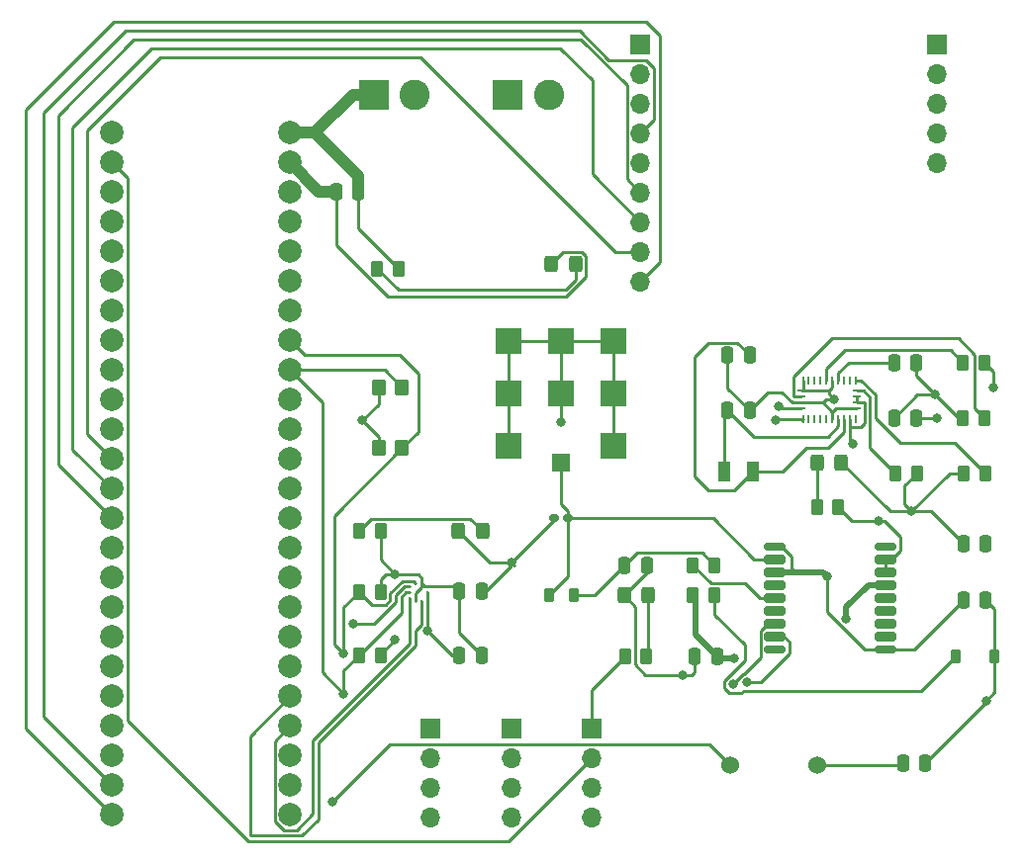
<source format=gbr>
%TF.GenerationSoftware,KiCad,Pcbnew,7.0.7*%
%TF.CreationDate,2024-02-14T21:09:04-05:00*%
%TF.ProjectId,Unified_Board,556e6966-6965-4645-9f42-6f6172642e6b,rev?*%
%TF.SameCoordinates,Original*%
%TF.FileFunction,Copper,L1,Top*%
%TF.FilePolarity,Positive*%
%FSLAX46Y46*%
G04 Gerber Fmt 4.6, Leading zero omitted, Abs format (unit mm)*
G04 Created by KiCad (PCBNEW 7.0.7) date 2024-02-14 21:09:04*
%MOMM*%
%LPD*%
G01*
G04 APERTURE LIST*
G04 Aperture macros list*
%AMRoundRect*
0 Rectangle with rounded corners*
0 $1 Rounding radius*
0 $2 $3 $4 $5 $6 $7 $8 $9 X,Y pos of 4 corners*
0 Add a 4 corners polygon primitive as box body*
4,1,4,$2,$3,$4,$5,$6,$7,$8,$9,$2,$3,0*
0 Add four circle primitives for the rounded corners*
1,1,$1+$1,$2,$3*
1,1,$1+$1,$4,$5*
1,1,$1+$1,$6,$7*
1,1,$1+$1,$8,$9*
0 Add four rect primitives between the rounded corners*
20,1,$1+$1,$2,$3,$4,$5,0*
20,1,$1+$1,$4,$5,$6,$7,0*
20,1,$1+$1,$6,$7,$8,$9,0*
20,1,$1+$1,$8,$9,$2,$3,0*%
G04 Aperture macros list end*
%TA.AperFunction,ComponentPad*%
%ADD10R,1.700000X1.700000*%
%TD*%
%TA.AperFunction,ComponentPad*%
%ADD11O,1.700000X1.700000*%
%TD*%
%TA.AperFunction,SMDPad,CuDef*%
%ADD12RoundRect,0.250000X-0.262500X-0.450000X0.262500X-0.450000X0.262500X0.450000X-0.262500X0.450000X0*%
%TD*%
%TA.AperFunction,SMDPad,CuDef*%
%ADD13RoundRect,0.250000X-0.250000X-0.475000X0.250000X-0.475000X0.250000X0.475000X-0.250000X0.475000X0*%
%TD*%
%TA.AperFunction,SMDPad,CuDef*%
%ADD14R,1.500000X1.500000*%
%TD*%
%TA.AperFunction,SMDPad,CuDef*%
%ADD15R,2.300000X2.300000*%
%TD*%
%TA.AperFunction,SMDPad,CuDef*%
%ADD16RoundRect,0.250000X0.325000X0.450000X-0.325000X0.450000X-0.325000X-0.450000X0.325000X-0.450000X0*%
%TD*%
%TA.AperFunction,SMDPad,CuDef*%
%ADD17RoundRect,0.250000X0.250000X0.475000X-0.250000X0.475000X-0.250000X-0.475000X0.250000X-0.475000X0*%
%TD*%
%TA.AperFunction,ComponentPad*%
%ADD18R,2.600000X2.600000*%
%TD*%
%TA.AperFunction,ComponentPad*%
%ADD19C,2.600000*%
%TD*%
%TA.AperFunction,SMDPad,CuDef*%
%ADD20R,0.250000X0.275000*%
%TD*%
%TA.AperFunction,SMDPad,CuDef*%
%ADD21R,0.275000X0.250000*%
%TD*%
%TA.AperFunction,SMDPad,CuDef*%
%ADD22RoundRect,0.250000X-0.325000X-0.450000X0.325000X-0.450000X0.325000X0.450000X-0.325000X0.450000X0*%
%TD*%
%TA.AperFunction,SMDPad,CuDef*%
%ADD23R,0.254000X0.675000*%
%TD*%
%TA.AperFunction,SMDPad,CuDef*%
%ADD24R,0.675000X0.254000*%
%TD*%
%TA.AperFunction,SMDPad,CuDef*%
%ADD25R,1.000000X1.800000*%
%TD*%
%TA.AperFunction,SMDPad,CuDef*%
%ADD26RoundRect,0.175000X0.725000X0.175000X-0.725000X0.175000X-0.725000X-0.175000X0.725000X-0.175000X0*%
%TD*%
%TA.AperFunction,SMDPad,CuDef*%
%ADD27RoundRect,0.200000X0.700000X0.200000X-0.700000X0.200000X-0.700000X-0.200000X0.700000X-0.200000X0*%
%TD*%
%TA.AperFunction,SMDPad,CuDef*%
%ADD28RoundRect,0.218750X0.218750X0.381250X-0.218750X0.381250X-0.218750X-0.381250X0.218750X-0.381250X0*%
%TD*%
%TA.AperFunction,SMDPad,CuDef*%
%ADD29RoundRect,0.225000X-0.225000X-0.375000X0.225000X-0.375000X0.225000X0.375000X-0.225000X0.375000X0*%
%TD*%
%TA.AperFunction,SMDPad,CuDef*%
%ADD30RoundRect,0.250000X-0.350000X-0.450000X0.350000X-0.450000X0.350000X0.450000X-0.350000X0.450000X0*%
%TD*%
%TA.AperFunction,SMDPad,CuDef*%
%ADD31RoundRect,0.250000X0.262500X0.450000X-0.262500X0.450000X-0.262500X-0.450000X0.262500X-0.450000X0*%
%TD*%
%TA.AperFunction,ComponentPad*%
%ADD32C,1.524000*%
%TD*%
%TA.AperFunction,ComponentPad*%
%ADD33C,2.000000*%
%TD*%
%TA.AperFunction,SMDPad,CuDef*%
%ADD34RoundRect,0.160000X-0.222500X-0.160000X0.222500X-0.160000X0.222500X0.160000X-0.222500X0.160000X0*%
%TD*%
%TA.AperFunction,ViaPad*%
%ADD35C,0.800000*%
%TD*%
%TA.AperFunction,Conductor*%
%ADD36C,0.250000*%
%TD*%
%TA.AperFunction,Conductor*%
%ADD37C,1.000000*%
%TD*%
%TA.AperFunction,Conductor*%
%ADD38C,0.500000*%
%TD*%
G04 APERTURE END LIST*
D10*
%TO.P,J3,1,Pin_1*%
%TO.N,/3.3V*%
X107600000Y-96000000D03*
D11*
%TO.P,J3,2,Pin_2*%
%TO.N,/SCL*%
X107600000Y-98540000D03*
%TO.P,J3,3,Pin_3*%
%TO.N,/SDA*%
X107600000Y-101080000D03*
%TO.P,J3,4,Pin_4*%
%TO.N,GND*%
X107600000Y-103620000D03*
%TD*%
D12*
%TO.P,R15,1*%
%TO.N,Net-(D6-A)*%
X103087500Y-56600000D03*
%TO.P,R15,2*%
%TO.N,Net-(J1-Pin_1)*%
X104912500Y-56600000D03*
%TD*%
D13*
%TO.P,C7,1*%
%TO.N,GND*%
X153250000Y-85000000D03*
%TO.P,C7,2*%
%TO.N,/3.3V*%
X155150000Y-85000000D03*
%TD*%
D14*
%TO.P,ANT1,1,RF_IN*%
%TO.N,Net-(ANT1-RF_IN)*%
X118800000Y-73200000D03*
D15*
%TO.P,ANT1,2,GND*%
%TO.N,GND*%
X114300000Y-71800000D03*
%TO.P,ANT1,3,GND*%
X123300000Y-71800000D03*
%TO.P,ANT1,4,GND*%
X114300000Y-67300000D03*
%TO.P,ANT1,5,GND*%
X118800000Y-67300000D03*
%TO.P,ANT1,6,GND*%
X123300000Y-67300000D03*
%TO.P,ANT1,7,GND*%
X114300000Y-62800000D03*
%TO.P,ANT1,8,GND*%
X118800000Y-62800000D03*
%TO.P,ANT1,9,GND*%
X123300000Y-62800000D03*
%TD*%
D13*
%TO.P,C12,1*%
%TO.N,Net-(C12-Pad1)*%
X124250000Y-82000000D03*
%TO.P,C12,2*%
%TO.N,GND*%
X126150000Y-82000000D03*
%TD*%
D16*
%TO.P,D5,1,K*%
%TO.N,GND*%
X142775000Y-73200000D03*
%TO.P,D5,2,A*%
%TO.N,Net-(D5-A)*%
X140725000Y-73200000D03*
%TD*%
D17*
%TO.P,C11,2*%
%TO.N,Net-(D6-K)*%
X99550000Y-50000000D03*
%TO.P,C11,1*%
%TO.N,Net-(J1-Pin_1)*%
X101450000Y-50000000D03*
%TD*%
D18*
%TO.P,J1,1,Pin_1*%
%TO.N,Net-(J1-Pin_1)*%
X102750000Y-41750000D03*
D19*
%TO.P,J1,2,Pin_2*%
%TO.N,Net-(J1-Pin_2)*%
X106250000Y-41750000D03*
%TD*%
D12*
%TO.P,R4,1*%
%TO.N,/SCL*%
X101525000Y-84300000D03*
%TO.P,R4,2*%
%TO.N,/3.3V*%
X103350000Y-84300000D03*
%TD*%
%TO.P,R16,1*%
%TO.N,Net-(U2-VCC_RF)*%
X130087500Y-82000000D03*
%TO.P,R16,2*%
%TO.N,Net-(C12-Pad1)*%
X131912500Y-82000000D03*
%TD*%
D20*
%TO.P,Alt1,1,VDDIO*%
%TO.N,/3.3V*%
X106887500Y-83537500D03*
%TO.P,Alt1,2,SCK*%
%TO.N,/SCL*%
X106387500Y-83537500D03*
D21*
%TO.P,Alt1,3,VSS*%
%TO.N,GND*%
X105875000Y-83800000D03*
%TO.P,Alt1,4,SDI*%
%TO.N,/SDA*%
X105875000Y-84300000D03*
%TO.P,Alt1,5,SDO*%
%TO.N,/BMP_I2C_ADDR*%
X105875000Y-84800000D03*
D20*
%TO.P,Alt1,6,CSB*%
%TO.N,/3.3V*%
X106387500Y-85062500D03*
%TO.P,Alt1,7,INT*%
%TO.N,/BMP_INT*%
X106887500Y-85062500D03*
D21*
%TO.P,Alt1,8,VSS*%
%TO.N,GND*%
X107400000Y-84800000D03*
%TO.P,Alt1,9,VSS*%
X107400000Y-84300000D03*
%TO.P,Alt1,10,VDD*%
%TO.N,/3.3V*%
X107400000Y-83800000D03*
%TD*%
D13*
%TO.P,C5,1*%
%TO.N,Net-(U1-XOUT32)*%
X133050000Y-68750000D03*
%TO.P,C5,2*%
%TO.N,GND*%
X134950000Y-68750000D03*
%TD*%
D12*
%TO.P,R3,1*%
%TO.N,/SDA*%
X101525000Y-89700000D03*
%TO.P,R3,2*%
%TO.N,/3.3V*%
X103350000Y-89700000D03*
%TD*%
D22*
%TO.P,D4,1,K*%
%TO.N,GND*%
X110012500Y-79100000D03*
%TO.P,D4,2,A*%
%TO.N,Net-(D4-A)*%
X112062500Y-79100000D03*
%TD*%
D18*
%TO.P,J7,1,Pin_1*%
%TO.N,Net-(J1-Pin_2)*%
X114250000Y-41750000D03*
D19*
%TO.P,J7,2,Pin_2*%
%TO.N,Net-(D6-K)*%
X117750000Y-41750000D03*
%TD*%
D22*
%TO.P,D3,1,K*%
%TO.N,GND*%
X124175000Y-84600000D03*
%TO.P,D3,2,A*%
%TO.N,Net-(D3-A)*%
X126225000Y-84600000D03*
%TD*%
D10*
%TO.P,J2,1,Pin_1*%
%TO.N,/3.3V*%
X114600000Y-96000000D03*
D11*
%TO.P,J2,2,Pin_2*%
%TO.N,/Breakout_RX2*%
X114600000Y-98540000D03*
%TO.P,J2,3,Pin_3*%
%TO.N,/Breakout_TX2*%
X114600000Y-101080000D03*
%TO.P,J2,4,Pin_4*%
%TO.N,GND*%
X114600000Y-103620000D03*
%TD*%
D23*
%TO.P,U1,1,PIN1*%
%TO.N,unconnected-(U1-PIN1-Pad1)*%
X144000000Y-69500000D03*
D24*
%TO.P,U1,2,GND*%
%TO.N,GND*%
X144137500Y-68587500D03*
%TO.P,U1,3,VDD*%
%TO.N,/3.3V*%
X144137500Y-68087500D03*
%TO.P,U1,4,~{BOOT_LOAD_PIN}*%
X144137500Y-67587500D03*
%TO.P,U1,5,PS1*%
%TO.N,Net-(U1-PS1)*%
X144137500Y-67087500D03*
D23*
%TO.P,U1,6,PS0*%
%TO.N,Net-(U1-PS0)*%
X144000000Y-66175000D03*
%TO.P,U1,7,PIN7*%
%TO.N,unconnected-(U1-PIN7-Pad7)*%
X143500000Y-66175000D03*
%TO.P,U1,8,PIN8*%
%TO.N,unconnected-(U1-PIN8-Pad8)*%
X143000000Y-66175000D03*
%TO.P,U1,9,CAP*%
%TO.N,Net-(U1-CAP)*%
X142500000Y-66175000D03*
%TO.P,U1,10,BL_IND*%
%TO.N,GND*%
X142000000Y-66175000D03*
%TO.P,U1,11,~{RESET}*%
%TO.N,Net-(U1-~{RESET})*%
X141500000Y-66175000D03*
%TO.P,U1,12,PIN12*%
%TO.N,unconnected-(U1-PIN12-Pad12)*%
X141000000Y-66175000D03*
%TO.P,U1,13,PIN13*%
%TO.N,unconnected-(U1-PIN13-Pad13)*%
X140500000Y-66175000D03*
%TO.P,U1,14,INT*%
%TO.N,unconnected-(U1-INT-Pad14)*%
X140000000Y-66175000D03*
%TO.P,U1,15,GNDIO*%
%TO.N,GND*%
X139500000Y-66175000D03*
D24*
%TO.P,U1,16,GNDIO*%
X139362500Y-67087500D03*
%TO.P,U1,17,COM3*%
%TO.N,Net-(U1-COM3)*%
X139362500Y-67587500D03*
%TO.P,U1,18,COM2*%
%TO.N,GND*%
X139362500Y-68087500D03*
%TO.P,U1,19,COM1*%
%TO.N,/SCL*%
X139362500Y-68587500D03*
D23*
%TO.P,U1,20,COM0*%
%TO.N,/SDA*%
X139500000Y-69500000D03*
%TO.P,U1,21,PIN21*%
%TO.N,unconnected-(U1-PIN21-Pad21)*%
X140000000Y-69500000D03*
%TO.P,U1,22,PIN22*%
%TO.N,unconnected-(U1-PIN22-Pad22)*%
X140500000Y-69500000D03*
%TO.P,U1,23,PIN23*%
%TO.N,unconnected-(U1-PIN23-Pad23)*%
X141000000Y-69500000D03*
%TO.P,U1,24,PIN24*%
%TO.N,unconnected-(U1-PIN24-Pad24)*%
X141500000Y-69500000D03*
%TO.P,U1,25,GNDIO*%
%TO.N,GND*%
X142000000Y-69500000D03*
%TO.P,U1,26,XOUT32*%
%TO.N,Net-(U1-XOUT32)*%
X142500000Y-69500000D03*
%TO.P,U1,27,XIN32*%
%TO.N,Net-(U1-XIN32)*%
X143000000Y-69500000D03*
%TO.P,U1,28,VDDIO*%
%TO.N,/3.3V*%
X143500000Y-69500000D03*
%TD*%
D13*
%TO.P,C2,1*%
%TO.N,/3.3V*%
X110087500Y-84200000D03*
%TO.P,C2,2*%
%TO.N,GND*%
X111987500Y-84200000D03*
%TD*%
D12*
%TO.P,R11,1*%
%TO.N,Net-(D5-A)*%
X140687500Y-77000000D03*
%TO.P,R11,2*%
%TO.N,/3.3V*%
X142512500Y-77000000D03*
%TD*%
%TO.P,R7,1*%
%TO.N,GND*%
X153275000Y-74162500D03*
%TO.P,R7,2*%
%TO.N,Net-(U1-PS0)*%
X155100000Y-74162500D03*
%TD*%
%TO.P,R12,1*%
%TO.N,Net-(D4-A)*%
X101525000Y-79100000D03*
%TO.P,R12,2*%
%TO.N,/3.3V*%
X103350000Y-79100000D03*
%TD*%
D17*
%TO.P,C8,1*%
%TO.N,Net-(C8-Pad1)*%
X155150000Y-80200000D03*
%TO.P,C8,2*%
%TO.N,GND*%
X153250000Y-80200000D03*
%TD*%
D25*
%TO.P,Y1,1,1*%
%TO.N,Net-(U1-XOUT32)*%
X132750000Y-74000000D03*
%TO.P,Y1,2,2*%
%TO.N,Net-(U1-XIN32)*%
X135250000Y-74000000D03*
%TD*%
D26*
%TO.P,U2,1,GND*%
%TO.N,GND*%
X146600000Y-89200000D03*
D27*
%TO.P,U2,2,TXD*%
%TO.N,unconnected-(U2-TXD-Pad2)*%
X146600000Y-88100000D03*
%TO.P,U2,3,RXD*%
%TO.N,unconnected-(U2-RXD-Pad3)*%
X146600000Y-87000000D03*
%TO.P,U2,4,TIMEPULSE*%
%TO.N,unconnected-(U2-TIMEPULSE-Pad4)*%
X146600000Y-85900000D03*
%TO.P,U2,5,EXTINT*%
%TO.N,unconnected-(U2-EXTINT-Pad5)*%
X146600000Y-84800000D03*
%TO.P,U2,6,V_BCKP*%
%TO.N,/BACKUP*%
X146600000Y-83700000D03*
%TO.P,U2,7,VCC_IO*%
%TO.N,/3.3V*%
X146600000Y-82600000D03*
%TO.P,U2,8,VCC*%
X146600000Y-81500000D03*
D26*
%TO.P,U2,9,~{RESET}*%
%TO.N,unconnected-(U2-~{RESET}-Pad9)*%
X146600000Y-80400000D03*
%TO.P,U2,10,GND*%
%TO.N,GND*%
X137100000Y-80400000D03*
D27*
%TO.P,U2,11,RF_IN*%
%TO.N,Net-(ANT1-RF_IN)*%
X137100000Y-81500000D03*
%TO.P,U2,12,GND*%
%TO.N,GND*%
X137100000Y-82600000D03*
%TO.P,U2,13,LNA_EN*%
%TO.N,unconnected-(U2-LNA_EN-Pad13)*%
X137100000Y-83700000D03*
%TO.P,U2,14,VCC_RF*%
%TO.N,Net-(U2-VCC_RF)*%
X137100000Y-84800000D03*
%TO.P,U2,15,VIO_SEL*%
%TO.N,unconnected-(U2-VIO_SEL-Pad15)*%
X137100000Y-85900000D03*
%TO.P,U2,16,SDA*%
%TO.N,/SDA*%
X137100000Y-87000000D03*
%TO.P,U2,17,SCL*%
%TO.N,/SCL*%
X137100000Y-88100000D03*
D26*
%TO.P,U2,18,~{SAFEBOOT}*%
%TO.N,unconnected-(U2-~{SAFEBOOT}-Pad18)*%
X137100000Y-89200000D03*
%TD*%
D10*
%TO.P,J4,1,Pin_1*%
%TO.N,/3.3V*%
X121400000Y-96000000D03*
D11*
%TO.P,J4,2,Pin_2*%
%TO.N,/Breakout_RX1*%
X121400000Y-98540000D03*
%TO.P,J4,3,Pin_3*%
%TO.N,/Breakout_TX1*%
X121400000Y-101080000D03*
%TO.P,J4,4,Pin_4*%
%TO.N,GND*%
X121400000Y-103620000D03*
%TD*%
D12*
%TO.P,R6,1*%
%TO.N,GND*%
X153187500Y-69412500D03*
%TO.P,R6,2*%
%TO.N,Net-(U1-COM3)*%
X155012500Y-69412500D03*
%TD*%
D28*
%TO.P,FB1,1*%
%TO.N,Net-(C12-Pad1)*%
X119862500Y-84600000D03*
%TO.P,FB1,2*%
%TO.N,Net-(ANT1-RF_IN)*%
X117737500Y-84600000D03*
%TD*%
D10*
%TO.P,J5,1,Pin_1*%
%TO.N,unconnected-(J5-Pin_1-Pad1)*%
X151000000Y-37380000D03*
D11*
%TO.P,J5,2,Pin_2*%
%TO.N,unconnected-(J5-Pin_2-Pad2)*%
X151000000Y-39920000D03*
%TO.P,J5,3,Pin_3*%
%TO.N,unconnected-(J5-Pin_3-Pad3)*%
X151000000Y-42460000D03*
%TO.P,J5,4,Pin_4*%
%TO.N,unconnected-(J5-Pin_4-Pad4)*%
X151000000Y-45000000D03*
%TO.P,J5,5,Pin_5*%
%TO.N,unconnected-(J5-Pin_5-Pad5)*%
X151000000Y-47540000D03*
%TD*%
D10*
%TO.P,J6,1,Pin_1*%
%TO.N,/3.3V*%
X125600000Y-37380000D03*
D11*
%TO.P,J6,2,Pin_2*%
%TO.N,GND*%
X125600000Y-39920000D03*
%TO.P,J6,3,Pin_3*%
%TO.N,unconnected-(J6-Pin_3-Pad3)*%
X125600000Y-42460000D03*
%TO.P,J6,4,Pin_4*%
%TO.N,/Radio_INT*%
X125600000Y-45000000D03*
%TO.P,J6,5,Pin_5*%
%TO.N,/Radio_SCK*%
X125600000Y-47540000D03*
%TO.P,J6,6,Pin_6*%
%TO.N,/Radio_MISO*%
X125600000Y-50080000D03*
%TO.P,J6,7,Pin_7*%
%TO.N,/Radio_MOSI*%
X125600000Y-52620000D03*
%TO.P,J6,8,Pin_8*%
%TO.N,/Radio_CS*%
X125600000Y-55160000D03*
%TO.P,J6,9,Pin_9*%
%TO.N,/Radio_RST*%
X125600000Y-57700000D03*
%TD*%
D29*
%TO.P,D1,1,K*%
%TO.N,Net-(D1-K)*%
X152600000Y-89800000D03*
%TO.P,D1,2,A*%
%TO.N,/3.3V*%
X155900000Y-89800000D03*
%TD*%
D17*
%TO.P,C1,1*%
%TO.N,/3.3V*%
X111987500Y-89700000D03*
%TO.P,C1,2*%
%TO.N,GND*%
X110087500Y-89700000D03*
%TD*%
D30*
%TO.P,R1,1*%
%TO.N,/3.3V*%
X103200000Y-66800000D03*
%TO.P,R1,2*%
%TO.N,/SDA*%
X105200000Y-66800000D03*
%TD*%
D12*
%TO.P,R5,1*%
%TO.N,Net-(U1-~{RESET})*%
X153187500Y-64662500D03*
%TO.P,R5,2*%
%TO.N,/3.3V*%
X155012500Y-64662500D03*
%TD*%
D22*
%TO.P,D6,1,K*%
%TO.N,Net-(D6-K)*%
X117975000Y-56250000D03*
%TO.P,D6,2,A*%
%TO.N,Net-(D6-A)*%
X120025000Y-56250000D03*
%TD*%
D31*
%TO.P,R9,1*%
%TO.N,Net-(D1-K)*%
X131912500Y-84600000D03*
%TO.P,R9,2*%
%TO.N,/BACKUP*%
X130087500Y-84600000D03*
%TD*%
D13*
%TO.P,C6,1*%
%TO.N,GND*%
X133050000Y-64000000D03*
%TO.P,C6,2*%
%TO.N,Net-(U1-XIN32)*%
X134950000Y-64000000D03*
%TD*%
D17*
%TO.P,C9,1*%
%TO.N,/BACKUP*%
X132150000Y-89800000D03*
%TO.P,C9,2*%
%TO.N,GND*%
X130250000Y-89800000D03*
%TD*%
D13*
%TO.P,C3,1*%
%TO.N,GND*%
X147300000Y-69412500D03*
%TO.P,C3,2*%
%TO.N,/3.3V*%
X149200000Y-69412500D03*
%TD*%
D32*
%TO.P,BZ1,1,-*%
%TO.N,Net-(BZ1--)*%
X133250000Y-99100000D03*
%TO.P,BZ1,2,+*%
%TO.N,GND*%
X140750000Y-99100000D03*
%TD*%
D13*
%TO.P,C8,1*%
%TO.N,GND*%
X148050000Y-99000000D03*
%TO.P,C8,2*%
%TO.N,/3.3V*%
X149950000Y-99000000D03*
%TD*%
%TO.P,C4,1*%
%TO.N,Net-(U1-CAP)*%
X147300000Y-64662500D03*
%TO.P,C4,2*%
%TO.N,GND*%
X149200000Y-64662500D03*
%TD*%
D31*
%TO.P,R8,1*%
%TO.N,GND*%
X149250000Y-74162500D03*
%TO.P,R8,2*%
%TO.N,Net-(U1-PS1)*%
X147425000Y-74162500D03*
%TD*%
D33*
%TO.P,Teensy4.1,0,GND*%
%TO.N,GND*%
X80380000Y-44990000D03*
%TO.P,Teensy4.1,1,RX1*%
%TO.N,/Breakout_RX1*%
X80380000Y-47530000D03*
%TO.P,Teensy4.1,2,TX1*%
%TO.N,/Breakout_TX1*%
X80380000Y-50070000D03*
%TO.P,Teensy4.1,3,PWM*%
%TO.N,unconnected-(Teensy4.1-PWM-Pad3)*%
X80380000Y-52610000D03*
%TO.P,Teensy4.1,4,PWM*%
%TO.N,unconnected-(Teensy4.1-PWM-Pad4)*%
X80380000Y-55150000D03*
%TO.P,Teensy4.1,5,PWM*%
%TO.N,unconnected-(Teensy4.1-PWM-Pad5)*%
X80380000Y-57690000D03*
%TO.P,Teensy4.1,6,PWM*%
%TO.N,unconnected-(Teensy4.1-PWM-Pad6)*%
X80380000Y-60230000D03*
%TO.P,Teensy4.1,7,PWM*%
%TO.N,unconnected-(Teensy4.1-PWM-Pad7)*%
X80380000Y-62770000D03*
%TO.P,Teensy4.1,8,RX2*%
%TO.N,/Breakout_RX2*%
X80380000Y-65310000D03*
%TO.P,Teensy4.1,9,TX2*%
%TO.N,/Breakout_TX2*%
X80380000Y-67850000D03*
%TO.P,Teensy4.1,10,PWM*%
%TO.N,unconnected-(Teensy4.1-PWM-Pad10)*%
X80380000Y-70390000D03*
%TO.P,Teensy4.1,11,CS*%
%TO.N,/Radio_CS*%
X80380000Y-72930000D03*
%TO.P,Teensy4.1,12,MOSI*%
%TO.N,/Radio_MOSI*%
X80380000Y-75470000D03*
%TO.P,Teensy4.1,13,MISO*%
%TO.N,/Radio_MISO*%
X80380000Y-78010000D03*
%TO.P,Teensy4.1,14,3.3V*%
%TO.N,unconnected-(Teensy4.1-3.3V-Pad14)*%
X80380000Y-80550000D03*
%TO.P,Teensy4.1,15,SCL2*%
%TO.N,unconnected-(Teensy4.1-SCL2-Pad15)*%
X80380000Y-83090000D03*
%TO.P,Teensy4.1,16,SDA2*%
%TO.N,unconnected-(Teensy4.1-SDA2-Pad16)*%
X80380000Y-85630000D03*
%TO.P,Teensy4.1,17,MOSI1*%
%TO.N,unconnected-(Teensy4.1-MOSI1-Pad17)*%
X80380000Y-88170000D03*
%TO.P,Teensy4.1,18,SCK1*%
%TO.N,unconnected-(Teensy4.1-SCK1-Pad18)*%
X80380000Y-90710000D03*
%TO.P,Teensy4.1,19,RX7*%
%TO.N,unconnected-(Teensy4.1-RX7-Pad19)*%
X80380000Y-93250000D03*
%TO.P,Teensy4.1,20,TX7*%
%TO.N,unconnected-(Teensy4.1-TX7-Pad20)*%
X80380000Y-95790000D03*
%TO.P,Teensy4.1,21,GPIO*%
%TO.N,unconnected-(Teensy4.1-GPIO-Pad21)*%
X80380000Y-98330000D03*
%TO.P,Teensy4.1,22,GPIO*%
%TO.N,/Radio_INT*%
X80380000Y-100870000D03*
%TO.P,Teensy4.1,23,GPIO*%
%TO.N,/Radio_RST*%
X80380000Y-103410000D03*
%TO.P,Teensy4.1,24,PWM*%
%TO.N,Net-(BZ1--)*%
X95620000Y-103410000D03*
%TO.P,Teensy4.1,25,RX8*%
%TO.N,unconnected-(Teensy4.1-RX8-Pad25)*%
X95620000Y-100870000D03*
%TO.P,Teensy4.1,26,TX8*%
%TO.N,unconnected-(Teensy4.1-TX8-Pad26)*%
X95620000Y-98330000D03*
%TO.P,Teensy4.1,27,PWM*%
%TO.N,/BMP_I2C_ADDR*%
X95620000Y-95790000D03*
%TO.P,Teensy4.1,28,PWM*%
%TO.N,/BMP_INT*%
X95620000Y-93250000D03*
%TO.P,Teensy4.1,29,CS1*%
%TO.N,unconnected-(Teensy4.1-CS1-Pad29)*%
X95620000Y-90710000D03*
%TO.P,Teensy4.1,30,MISO*%
%TO.N,unconnected-(Teensy4.1-MISO-Pad30)*%
X95620000Y-88170000D03*
%TO.P,Teensy4.1,31,A16*%
%TO.N,unconnected-(Teensy4.1-A16-Pad31)*%
X95620000Y-85630000D03*
%TO.P,Teensy4.1,32,A17*%
%TO.N,unconnected-(Teensy4.1-A17-Pad32)*%
X95620000Y-83090000D03*
%TO.P,Teensy4.1,33,GND*%
%TO.N,unconnected-(Teensy4.1-GND-Pad33)*%
X95620000Y-80550000D03*
%TO.P,Teensy4.1,34,SCK*%
%TO.N,/Radio_SCK*%
X95620000Y-78010000D03*
%TO.P,Teensy4.1,35,A0*%
%TO.N,unconnected-(Teensy4.1-A0-Pad35)*%
X95620000Y-75470000D03*
%TO.P,Teensy4.1,36,A1*%
%TO.N,unconnected-(Teensy4.1-A1-Pad36)*%
X95620000Y-72930000D03*
%TO.P,Teensy4.1,37,A2*%
%TO.N,unconnected-(Teensy4.1-A2-Pad37)*%
X95620000Y-70390000D03*
%TO.P,Teensy4.1,38,A3*%
%TO.N,unconnected-(Teensy4.1-A3-Pad38)*%
X95620000Y-67850000D03*
%TO.P,Teensy4.1,39,SDA*%
%TO.N,/SDA*%
X95620000Y-65310000D03*
%TO.P,Teensy4.1,40,SCL*%
%TO.N,/SCL*%
X95620000Y-62770000D03*
%TO.P,Teensy4.1,41,TX5*%
%TO.N,unconnected-(Teensy4.1-TX5-Pad41)*%
X95620000Y-60230000D03*
%TO.P,Teensy4.1,42,RX5*%
%TO.N,unconnected-(Teensy4.1-RX5-Pad42)*%
X95620000Y-57690000D03*
%TO.P,Teensy4.1,43,PWM*%
%TO.N,unconnected-(Teensy4.1-PWM-Pad43)*%
X95620000Y-55150000D03*
%TO.P,Teensy4.1,44,PWM*%
%TO.N,unconnected-(Teensy4.1-PWM-Pad44)*%
X95620000Y-52610000D03*
%TO.P,Teensy4.1,45,3.3V*%
%TO.N,/3.3V*%
X95620000Y-50070000D03*
%TO.P,Teensy4.1,46,GND*%
%TO.N,Net-(D6-K)*%
X95620000Y-47530000D03*
%TO.P,Teensy4.1,47,Vin*%
%TO.N,Net-(J1-Pin_1)*%
X95620000Y-44990000D03*
%TD*%
D34*
%TO.P,D7,1,K*%
%TO.N,GND*%
X118227500Y-78000000D03*
%TO.P,D7,2,A*%
%TO.N,Net-(ANT1-RF_IN)*%
X119372500Y-78000000D03*
%TD*%
D12*
%TO.P,R13,1*%
%TO.N,/3.3V*%
X124287500Y-89800000D03*
%TO.P,R13,2*%
%TO.N,Net-(D3-A)*%
X126112500Y-89800000D03*
%TD*%
D30*
%TO.P,R2,1*%
%TO.N,/3.3V*%
X103200000Y-72000000D03*
%TO.P,R2,2*%
%TO.N,/SCL*%
X105200000Y-72000000D03*
%TD*%
D35*
%TO.N,/3.3V*%
X143800000Y-71600000D03*
X101800000Y-69600000D03*
X146000000Y-78200000D03*
X104600000Y-82800000D03*
X151000000Y-69400000D03*
X155800000Y-66800000D03*
X155200000Y-93600000D03*
X104600000Y-88400000D03*
%TO.N,/SCL*%
X134723090Y-92046012D03*
X100200000Y-89600000D03*
X137400000Y-68400000D03*
%TO.N,GND*%
X118800000Y-69800000D03*
X141600000Y-83000000D03*
X142200000Y-67800000D03*
X150800000Y-67400000D03*
X107400000Y-87600000D03*
X148800000Y-77400000D03*
X129200000Y-91400000D03*
X114600000Y-81800000D03*
X101000000Y-87000000D03*
%TO.N,/BACKUP*%
X143200000Y-86600000D03*
X133600000Y-90000000D03*
%TO.N,Net-(BZ1--)*%
X99250000Y-102250000D03*
%TO.N,/SDA*%
X100200000Y-93000000D03*
X133487701Y-92237701D03*
X137200000Y-69600000D03*
%TD*%
D36*
%TO.N,/Radio_RST*%
X127250000Y-36680000D02*
X127250000Y-56050000D01*
X80500000Y-35500000D02*
X126070000Y-35500000D01*
X73000000Y-43000000D02*
X80500000Y-35500000D01*
X126070000Y-35500000D02*
X127250000Y-36680000D01*
X80380000Y-103410000D02*
X73000000Y-96030000D01*
X73000000Y-96030000D02*
X73000000Y-43000000D01*
X127250000Y-56050000D02*
X125600000Y-57700000D01*
%TO.N,/Radio_INT*%
X126775000Y-43825000D02*
X125600000Y-45000000D01*
X126086701Y-38745000D02*
X126775000Y-39433299D01*
X126775000Y-39433299D02*
X126775000Y-43825000D01*
X81500000Y-36250000D02*
X120386396Y-36250000D01*
X120386396Y-36250000D02*
X122881396Y-38745000D01*
X122881396Y-38745000D02*
X126086701Y-38745000D01*
X74500000Y-43250000D02*
X81500000Y-36250000D01*
X80380000Y-100870000D02*
X74500000Y-94990000D01*
X74500000Y-94990000D02*
X74500000Y-43250000D01*
%TO.N,/Radio_MISO*%
X82250000Y-37000000D02*
X120500000Y-37000000D01*
X124425000Y-40925000D02*
X124425000Y-48905000D01*
X75750000Y-43500000D02*
X82250000Y-37000000D01*
X75750000Y-73380000D02*
X75750000Y-43500000D01*
X120500000Y-37000000D02*
X124425000Y-40925000D01*
X124425000Y-48905000D02*
X125600000Y-50080000D01*
X80380000Y-78010000D02*
X75750000Y-73380000D01*
%TO.N,/Radio_MOSI*%
X121500000Y-48520000D02*
X125600000Y-52620000D01*
X121500000Y-40500000D02*
X121500000Y-48520000D01*
X118750000Y-37750000D02*
X121500000Y-40500000D01*
X77000000Y-44500000D02*
X83750000Y-37750000D01*
X83750000Y-37750000D02*
X118750000Y-37750000D01*
X77000000Y-72090000D02*
X77000000Y-44500000D01*
X80380000Y-75470000D02*
X77000000Y-72090000D01*
%TO.N,Net-(D6-K)*%
X103961827Y-59000000D02*
X99550000Y-54588173D01*
X99550000Y-54588173D02*
X99550000Y-50000000D01*
X119000000Y-55225000D02*
X120588173Y-55225000D01*
X120925000Y-55561827D02*
X120925000Y-57311396D01*
X120925000Y-57311396D02*
X119236396Y-59000000D01*
X117975000Y-56250000D02*
X119000000Y-55225000D01*
X120588173Y-55225000D02*
X120925000Y-55561827D01*
X119236396Y-59000000D02*
X103961827Y-59000000D01*
%TO.N,Net-(J1-Pin_1)*%
X101450000Y-53137500D02*
X104912500Y-56600000D01*
X101450000Y-50000000D02*
X101450000Y-53137500D01*
D37*
X101450000Y-48700000D02*
X97740000Y-44990000D01*
X101450000Y-50000000D02*
X101450000Y-48700000D01*
%TO.N,Net-(D6-K)*%
X98090000Y-50000000D02*
X95620000Y-47530000D01*
X99550000Y-50000000D02*
X98090000Y-50000000D01*
%TO.N,Net-(J1-Pin_1)*%
X97740000Y-44990000D02*
X95620000Y-44990000D01*
D36*
%TO.N,/3.3V*%
X103800000Y-82800000D02*
X103350000Y-83250000D01*
X146600000Y-81500000D02*
X146600000Y-82600000D01*
X106887500Y-83912500D02*
X106887500Y-83537500D01*
X146450000Y-78200000D02*
X146000000Y-78200000D01*
X106562500Y-82800000D02*
X106887500Y-83125000D01*
X121400000Y-92687500D02*
X124287500Y-89800000D01*
X155900000Y-85750000D02*
X155150000Y-85000000D01*
X144752000Y-68087500D02*
X144137500Y-68087500D01*
X143575000Y-70162500D02*
X144452000Y-70162500D01*
X107400000Y-83800000D02*
X109687500Y-83800000D01*
X110087500Y-84200000D02*
X110087500Y-87800000D01*
X104600000Y-82800000D02*
X103800000Y-82800000D01*
X155200000Y-93600000D02*
X155112500Y-93687500D01*
X103350000Y-81550000D02*
X103350000Y-79100000D01*
X109687500Y-83800000D02*
X110087500Y-84200000D01*
X147825000Y-79575000D02*
X146450000Y-78200000D01*
X155900000Y-92900000D02*
X155900000Y-89800000D01*
X146600000Y-81500000D02*
X147107107Y-81500000D01*
X106387500Y-85062500D02*
X106387500Y-84412500D01*
X144800000Y-68135500D02*
X144752000Y-68087500D01*
X144800000Y-69814500D02*
X144800000Y-68135500D01*
X103200000Y-71000000D02*
X101800000Y-69600000D01*
X151000000Y-69400000D02*
X149212500Y-69400000D01*
X103350000Y-83250000D02*
X103350000Y-84300000D01*
X155200000Y-93600000D02*
X155200000Y-93750000D01*
X155800000Y-66800000D02*
X155800000Y-65450000D01*
X144137500Y-67587500D02*
X144137500Y-68087500D01*
X143712500Y-78200000D02*
X146000000Y-78200000D01*
X147107107Y-81500000D02*
X147825000Y-80782107D01*
X144452000Y-70162500D02*
X144800000Y-69814500D01*
X143500000Y-69500000D02*
X143500000Y-70087500D01*
X149212500Y-69400000D02*
X149200000Y-69412500D01*
X103200000Y-72000000D02*
X103200000Y-71000000D01*
X107150000Y-83800000D02*
X106887500Y-83537500D01*
X106887500Y-83125000D02*
X106887500Y-83537500D01*
X143800000Y-71600000D02*
X143500000Y-71300000D01*
X103200000Y-66800000D02*
X103200000Y-68200000D01*
X110087500Y-87800000D02*
X111987500Y-89700000D01*
X107400000Y-83800000D02*
X107150000Y-83800000D01*
X143500000Y-70087500D02*
X143575000Y-70162500D01*
X155800000Y-65450000D02*
X155012500Y-64662500D01*
X155900000Y-89800000D02*
X155900000Y-85750000D01*
X147825000Y-80782107D02*
X147825000Y-79575000D01*
X155200000Y-93750000D02*
X149950000Y-99000000D01*
X104600000Y-82800000D02*
X106562500Y-82800000D01*
X106387500Y-84412500D02*
X106887500Y-83912500D01*
X143500000Y-71300000D02*
X143500000Y-69500000D01*
X103350000Y-89700000D02*
X103350000Y-89650000D01*
X155200000Y-93600000D02*
X155900000Y-92900000D01*
X103200000Y-68200000D02*
X101800000Y-69600000D01*
X121400000Y-96000000D02*
X121400000Y-92687500D01*
X104600000Y-82800000D02*
X103350000Y-81550000D01*
X103350000Y-89650000D02*
X104600000Y-88400000D01*
X142512500Y-77000000D02*
X143712500Y-78200000D01*
%TO.N,/SCL*%
X137587500Y-68587500D02*
X137400000Y-68400000D01*
X99400000Y-77800000D02*
X105200000Y-72000000D01*
X102625000Y-85400000D02*
X101525000Y-84300000D01*
X105237500Y-83350000D02*
X104187500Y-84400000D01*
X106200000Y-83350000D02*
X105237500Y-83350000D01*
X104187500Y-84988173D02*
X103775673Y-85400000D01*
X100200000Y-89600000D02*
X100200000Y-85625000D01*
X135861095Y-92046012D02*
X138325000Y-89582107D01*
X100200000Y-85625000D02*
X101525000Y-84300000D01*
X100200000Y-89600000D02*
X99400000Y-88800000D01*
X104187500Y-84400000D02*
X104187500Y-84988173D01*
X139362500Y-68587500D02*
X137587500Y-68587500D01*
X103775673Y-85400000D02*
X102625000Y-85400000D01*
X99400000Y-88800000D02*
X99400000Y-77800000D01*
X105000000Y-64000000D02*
X96850000Y-64000000D01*
X106600000Y-65600000D02*
X105000000Y-64000000D01*
X106600000Y-70600000D02*
X106600000Y-65600000D01*
X138325000Y-88575000D02*
X137850000Y-88100000D01*
X138325000Y-89582107D02*
X138325000Y-88575000D01*
X134723090Y-92046012D02*
X135861095Y-92046012D01*
X137850000Y-88100000D02*
X137100000Y-88100000D01*
X105200000Y-72000000D02*
X106600000Y-70600000D01*
X106387500Y-83537500D02*
X106200000Y-83350000D01*
X96850000Y-64000000D02*
X95620000Y-62770000D01*
%TO.N,Net-(ANT1-RF_IN)*%
X119372500Y-78000000D02*
X119372500Y-82965000D01*
X135300000Y-81500000D02*
X137100000Y-81500000D01*
X131800000Y-78000000D02*
X135300000Y-81500000D01*
X118800000Y-76800000D02*
X119372500Y-77372500D01*
X118800000Y-73200000D02*
X118800000Y-76800000D01*
X119372500Y-82965000D02*
X117737500Y-84600000D01*
X119372500Y-77372500D02*
X119372500Y-78000000D01*
X119372500Y-78000000D02*
X131800000Y-78000000D01*
%TO.N,GND*%
X138500000Y-82200000D02*
X138500000Y-81257538D01*
X118227500Y-78000000D02*
X118227500Y-78172500D01*
X153275000Y-74162500D02*
X152037500Y-74162500D01*
X107400000Y-84800000D02*
X107400000Y-87600000D01*
X142000000Y-69500000D02*
X142000000Y-68885500D01*
X150450000Y-77400000D02*
X148800000Y-77400000D01*
X142000000Y-68885500D02*
X141202000Y-68087500D01*
X149250000Y-74162500D02*
X149237500Y-74162500D01*
X126000000Y-91400000D02*
X129200000Y-91400000D01*
X153250000Y-80200000D02*
X150450000Y-77400000D01*
X123300000Y-71800000D02*
X123300000Y-67300000D01*
X149050000Y-89200000D02*
X153250000Y-85000000D01*
X142000000Y-66789500D02*
X141702000Y-67087500D01*
X139362500Y-68087500D02*
X138600305Y-68087500D01*
X114300000Y-67300000D02*
X114300000Y-62800000D01*
X118800000Y-67300000D02*
X118800000Y-69800000D01*
X147300000Y-69412500D02*
X149312500Y-67400000D01*
X141489500Y-67800000D02*
X141202000Y-68087500D01*
X105423896Y-83800000D02*
X105875000Y-83800000D01*
X152037500Y-74162500D02*
X148800000Y-77400000D01*
X146600000Y-89200000D02*
X144774695Y-89200000D01*
X141702000Y-67302000D02*
X142200000Y-67800000D01*
X126150000Y-82000000D02*
X126150000Y-82625000D01*
X114600000Y-81800000D02*
X112712500Y-81800000D01*
X130250000Y-91150000D02*
X130250000Y-89800000D01*
X101000000Y-87000000D02*
X102812069Y-87000000D01*
X149200000Y-64662500D02*
X149200000Y-65800000D01*
X144774695Y-89200000D02*
X141600000Y-86025305D01*
X149200000Y-65800000D02*
X150800000Y-67400000D01*
X138500000Y-81257538D02*
X137642462Y-80400000D01*
X114800000Y-82000000D02*
X114600000Y-81800000D01*
X129200000Y-91400000D02*
X130000000Y-91400000D01*
D38*
X141200000Y-82600000D02*
X137100000Y-82600000D01*
D36*
X126150000Y-82625000D02*
X124175000Y-84600000D01*
X125125000Y-85550000D02*
X125125000Y-90525000D01*
X107400000Y-84300000D02*
X107400000Y-84800000D01*
X124175000Y-84600000D02*
X125125000Y-85550000D01*
X102812069Y-87000000D02*
X104637500Y-85174569D01*
X142298000Y-68587500D02*
X144137500Y-68587500D01*
X118800000Y-62800000D02*
X118800000Y-67300000D01*
X141600000Y-86025305D02*
X141600000Y-83000000D01*
X125125000Y-90525000D02*
X126000000Y-91400000D01*
X142200000Y-67800000D02*
X141489500Y-67800000D01*
X142775000Y-73200000D02*
X146975000Y-77400000D01*
X104637500Y-84586396D02*
X105423896Y-83800000D01*
X142000000Y-68885500D02*
X142298000Y-68587500D01*
X138900000Y-82600000D02*
X138500000Y-82200000D01*
X141702000Y-67087500D02*
X141702000Y-67302000D01*
X118227500Y-78172500D02*
X114600000Y-81800000D01*
X114300000Y-62800000D02*
X118800000Y-62800000D01*
X118800000Y-62800000D02*
X123300000Y-62800000D01*
X138600305Y-68087500D02*
X137712805Y-67200000D01*
X133050000Y-66850000D02*
X133050000Y-64000000D01*
X139500000Y-66950000D02*
X139362500Y-67087500D01*
X134950000Y-68750000D02*
X133050000Y-66850000D01*
X147950000Y-99100000D02*
X140750000Y-99100000D01*
X114600000Y-82000000D02*
X114600000Y-81800000D01*
X114300000Y-71800000D02*
X114300000Y-67300000D01*
X136500000Y-67200000D02*
X134950000Y-68750000D01*
X110087500Y-89700000D02*
X109500000Y-89700000D01*
X109500000Y-89700000D02*
X107400000Y-87600000D01*
X148200000Y-75200000D02*
X148200000Y-76800000D01*
X153187500Y-69412500D02*
X152812500Y-69412500D01*
X111987500Y-84200000D02*
X112400000Y-84200000D01*
X130000000Y-91400000D02*
X130250000Y-91150000D01*
X146975000Y-77400000D02*
X148800000Y-77400000D01*
X148050000Y-99000000D02*
X147950000Y-99100000D01*
X141202000Y-68087500D02*
X139362500Y-68087500D01*
X142000000Y-66175000D02*
X142000000Y-66789500D01*
X112712500Y-81800000D02*
X110012500Y-79100000D01*
X149237500Y-74162500D02*
X148200000Y-75200000D01*
D38*
X141600000Y-83000000D02*
X141200000Y-82600000D01*
D36*
X149312500Y-67400000D02*
X150800000Y-67400000D01*
X137642462Y-80400000D02*
X137100000Y-80400000D01*
X123300000Y-67300000D02*
X123300000Y-62800000D01*
X112400000Y-84200000D02*
X114600000Y-82000000D01*
X104637500Y-85174569D02*
X104637500Y-84586396D01*
X152812500Y-69412500D02*
X150800000Y-67400000D01*
X137712805Y-67200000D02*
X136500000Y-67200000D01*
X146600000Y-89200000D02*
X149050000Y-89200000D01*
X141702000Y-67087500D02*
X139362500Y-67087500D01*
X148200000Y-76800000D02*
X148800000Y-77400000D01*
X139500000Y-66175000D02*
X139500000Y-66950000D01*
D38*
%TO.N,/BACKUP*%
X132150000Y-89800000D02*
X130287500Y-87937500D01*
X130287500Y-87937500D02*
X130287500Y-84800000D01*
X143200000Y-86600000D02*
X143200000Y-85600000D01*
X145100000Y-83700000D02*
X146600000Y-83700000D01*
D36*
X132350000Y-90000000D02*
X132150000Y-89800000D01*
X130287500Y-84800000D02*
X130087500Y-84600000D01*
D38*
X133600000Y-90000000D02*
X132350000Y-90000000D01*
X143200000Y-85600000D02*
X145100000Y-83700000D01*
D36*
%TO.N,Net-(BZ1--)*%
X131515000Y-97365000D02*
X104135000Y-97365000D01*
X104135000Y-97365000D02*
X99250000Y-102250000D01*
X133250000Y-99100000D02*
X131515000Y-97365000D01*
%TO.N,Net-(U1-CAP)*%
X147300000Y-64662500D02*
X143398000Y-64662500D01*
X142500000Y-65560500D02*
X142500000Y-66175000D01*
X143398000Y-64662500D02*
X142500000Y-65560500D01*
%TO.N,Net-(U1-XOUT32)*%
X141614500Y-71000000D02*
X142500000Y-70114500D01*
X132750000Y-69050000D02*
X132750000Y-74000000D01*
X135300000Y-71000000D02*
X141614500Y-71000000D01*
X142500000Y-70114500D02*
X142500000Y-69500000D01*
X133050000Y-68750000D02*
X135300000Y-71000000D01*
X133050000Y-68750000D02*
X132750000Y-69050000D01*
%TO.N,Net-(U1-XIN32)*%
X139800000Y-72000000D02*
X141625448Y-72000000D01*
X143000000Y-70625448D02*
X143000000Y-69500000D01*
X134950000Y-64000000D02*
X133900000Y-62950000D01*
X137800000Y-74000000D02*
X139800000Y-72000000D01*
X135250000Y-74000000D02*
X137800000Y-74000000D01*
X130200000Y-74400000D02*
X131400000Y-75600000D01*
X131450000Y-62950000D02*
X130200000Y-64200000D01*
X133900000Y-62950000D02*
X131450000Y-62950000D01*
X131400000Y-75600000D02*
X133650000Y-75600000D01*
X141625448Y-72000000D02*
X143000000Y-70625448D01*
X133650000Y-75600000D02*
X135250000Y-74000000D01*
X130200000Y-64200000D02*
X130200000Y-74400000D01*
%TO.N,Net-(D1-K)*%
X134231096Y-92962701D02*
X133187396Y-92962701D01*
X152600000Y-89800000D02*
X149628988Y-92771012D01*
X134500000Y-88843503D02*
X131912500Y-86256003D01*
X134422785Y-92771012D02*
X134231096Y-92962701D01*
X133187396Y-92962701D02*
X132762701Y-92538006D01*
X132762701Y-91937396D02*
X134500000Y-90200097D01*
X131912500Y-86256003D02*
X131912500Y-84800000D01*
X149628988Y-92771012D02*
X134422785Y-92771012D01*
X134500000Y-90200097D02*
X134500000Y-88843503D01*
X131912500Y-84800000D02*
X132112500Y-84600000D01*
X132762701Y-92538006D02*
X132762701Y-91937396D01*
%TO.N,Net-(D3-A)*%
X126225000Y-84600000D02*
X126225000Y-89687500D01*
X126225000Y-89687500D02*
X126112500Y-89800000D01*
%TO.N,Net-(D4-A)*%
X112062500Y-79100000D02*
X111037500Y-78075000D01*
X102550000Y-78075000D02*
X101525000Y-79100000D01*
X111037500Y-78075000D02*
X102550000Y-78075000D01*
%TO.N,Net-(D5-A)*%
X140725000Y-76962500D02*
X140687500Y-77000000D01*
X140725000Y-73200000D02*
X140725000Y-76962500D01*
%TO.N,Net-(D6-A)*%
X104887500Y-58400000D02*
X103087500Y-56600000D01*
X120025000Y-57575000D02*
X119200000Y-58400000D01*
X119200000Y-58400000D02*
X104887500Y-58400000D01*
X120025000Y-56250000D02*
X120025000Y-57575000D01*
D37*
%TO.N,Net-(J1-Pin_1)*%
X100980000Y-41750000D02*
X102750000Y-41750000D01*
X97740000Y-44990000D02*
X100980000Y-41750000D01*
D36*
%TO.N,/SDA*%
X105130146Y-84730146D02*
X105130146Y-86094854D01*
X105850000Y-84350000D02*
X105510292Y-84350000D01*
X137300000Y-69500000D02*
X139500000Y-69500000D01*
X133487701Y-92237701D02*
X134404390Y-91321012D01*
X98400000Y-91200000D02*
X98400000Y-68090000D01*
X103710000Y-65310000D02*
X95620000Y-65310000D01*
X135875000Y-89875000D02*
X135875000Y-87625000D01*
X134404390Y-91321012D02*
X134428988Y-91321012D01*
X100200000Y-91025000D02*
X101525000Y-89700000D01*
X105130146Y-86094854D02*
X101525000Y-89700000D01*
X137200000Y-69600000D02*
X137300000Y-69500000D01*
X98400000Y-68090000D02*
X95620000Y-65310000D01*
X105200000Y-66800000D02*
X103710000Y-65310000D01*
X139400000Y-69600000D02*
X139500000Y-69500000D01*
X136500000Y-87000000D02*
X137100000Y-87000000D01*
X105875000Y-84325000D02*
X105850000Y-84350000D01*
X100200000Y-93000000D02*
X100200000Y-91025000D01*
X105510292Y-84350000D02*
X105130146Y-84730146D01*
X100200000Y-93000000D02*
X98400000Y-91200000D01*
X135875000Y-87625000D02*
X136500000Y-87000000D01*
X134428988Y-91321012D02*
X135875000Y-89875000D01*
X105875000Y-84300000D02*
X105875000Y-84325000D01*
%TO.N,/Breakout_RX1*%
X81705000Y-48855000D02*
X80380000Y-47530000D01*
X81705000Y-95341396D02*
X81705000Y-48855000D01*
X114305000Y-105635000D02*
X91998604Y-105635000D01*
X91998604Y-105635000D02*
X81705000Y-95341396D01*
X121400000Y-98540000D02*
X114305000Y-105635000D01*
%TO.N,Net-(U1-~{RESET})*%
X143100000Y-63612500D02*
X141500000Y-65212500D01*
X153187500Y-64662500D02*
X152137500Y-63612500D01*
X152137500Y-63612500D02*
X143100000Y-63612500D01*
X141500000Y-65212500D02*
X141500000Y-66175000D01*
%TO.N,Net-(U1-COM3)*%
X138700000Y-67539500D02*
X138700000Y-65900000D01*
X154175000Y-63974327D02*
X154175000Y-68575000D01*
X152800673Y-62600000D02*
X154175000Y-63974327D01*
X138748000Y-67587500D02*
X138700000Y-67539500D01*
X154175000Y-68575000D02*
X155012500Y-69412500D01*
X138700000Y-65900000D02*
X142000000Y-62600000D01*
X142000000Y-62600000D02*
X152800673Y-62600000D01*
X139362500Y-67587500D02*
X138748000Y-67587500D01*
%TO.N,Net-(U1-PS0)*%
X144448896Y-66175000D02*
X144000000Y-66175000D01*
X155100000Y-74162500D02*
X152462500Y-71525000D01*
X152462500Y-71525000D02*
X147825000Y-71525000D01*
X147825000Y-71525000D02*
X145700000Y-69400000D01*
X145700000Y-67426104D02*
X144448896Y-66175000D01*
X145700000Y-69400000D02*
X145700000Y-67426104D01*
%TO.N,Net-(U1-PS1)*%
X144725000Y-67087500D02*
X144137500Y-67087500D01*
X147425000Y-74162500D02*
X145250000Y-71987500D01*
X145250000Y-71987500D02*
X145250000Y-67612500D01*
X145250000Y-67612500D02*
X144725000Y-67087500D01*
%TO.N,/BMP_I2C_ADDR*%
X97575673Y-103328160D02*
X96168833Y-104735000D01*
X94295000Y-97115000D02*
X95620000Y-95790000D01*
X105875000Y-88700673D02*
X97575673Y-97000000D01*
X94295000Y-103958833D02*
X94295000Y-97115000D01*
X97575673Y-97000000D02*
X97575673Y-103328160D01*
X105875000Y-84800000D02*
X105875000Y-88700673D01*
X95071167Y-104735000D02*
X94295000Y-103958833D01*
X96168833Y-104735000D02*
X95071167Y-104735000D01*
%TO.N,/BMP_INT*%
X106325000Y-87649695D02*
X106325000Y-88887069D01*
X98025673Y-103774327D02*
X96615000Y-105185000D01*
X92185000Y-105185000D02*
X92185000Y-96685000D01*
X106325000Y-88887069D02*
X98025673Y-97186396D01*
X106887500Y-85062500D02*
X106887500Y-87087195D01*
X92185000Y-96685000D02*
X95620000Y-93250000D01*
X96615000Y-105185000D02*
X92185000Y-105185000D01*
X98025673Y-97186396D02*
X98025673Y-103774327D01*
X106887500Y-87087195D02*
X106325000Y-87649695D01*
%TO.N,Net-(C12-Pad1)*%
X131912500Y-82000000D02*
X130862500Y-80950000D01*
X119862500Y-84600000D02*
X121650000Y-84600000D01*
X121650000Y-84600000D02*
X124250000Y-82000000D01*
X130862500Y-80950000D02*
X125300000Y-80950000D01*
X125300000Y-80950000D02*
X124250000Y-82000000D01*
%TO.N,Net-(U2-VCC_RF)*%
X134575000Y-83575000D02*
X135800000Y-84800000D01*
X135800000Y-84800000D02*
X137100000Y-84800000D01*
X131662500Y-83575000D02*
X134575000Y-83575000D01*
X130087500Y-82000000D02*
X131662500Y-83575000D01*
%TO.N,/Radio_CS*%
X123410000Y-55160000D02*
X125600000Y-55160000D01*
X78250000Y-70800000D02*
X78250000Y-44750000D01*
X80380000Y-72930000D02*
X78250000Y-70800000D01*
X78250000Y-44750000D02*
X84500000Y-38500000D01*
X106750000Y-38500000D02*
X123410000Y-55160000D01*
X84500000Y-38500000D02*
X106750000Y-38500000D01*
%TD*%
M02*

</source>
